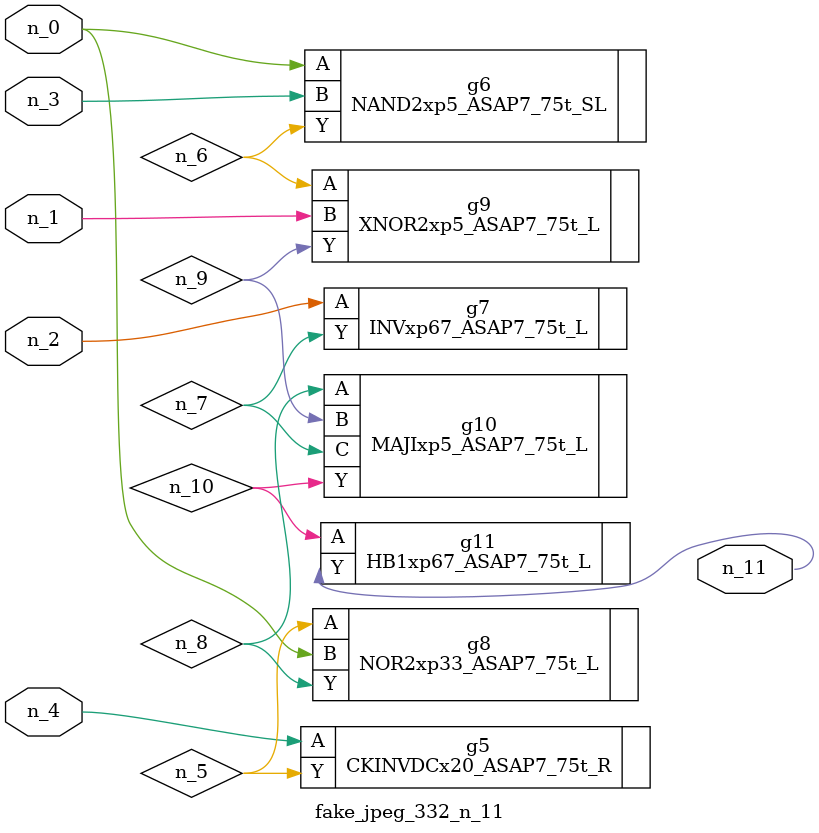
<source format=v>
module fake_jpeg_332_n_11 (n_3, n_2, n_1, n_0, n_4, n_11);

input n_3;
input n_2;
input n_1;
input n_0;
input n_4;

output n_11;

wire n_10;
wire n_8;
wire n_9;
wire n_6;
wire n_5;
wire n_7;

CKINVDCx20_ASAP7_75t_R g5 ( 
.A(n_4),
.Y(n_5)
);

NAND2xp5_ASAP7_75t_SL g6 ( 
.A(n_0),
.B(n_3),
.Y(n_6)
);

INVxp67_ASAP7_75t_L g7 ( 
.A(n_2),
.Y(n_7)
);

NOR2xp33_ASAP7_75t_L g8 ( 
.A(n_5),
.B(n_0),
.Y(n_8)
);

MAJIxp5_ASAP7_75t_L g10 ( 
.A(n_8),
.B(n_9),
.C(n_7),
.Y(n_10)
);

XNOR2xp5_ASAP7_75t_L g9 ( 
.A(n_6),
.B(n_1),
.Y(n_9)
);

HB1xp67_ASAP7_75t_L g11 ( 
.A(n_10),
.Y(n_11)
);


endmodule
</source>
